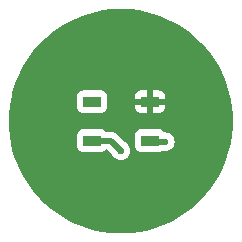
<source format=gbl>
G04 #@! TF.GenerationSoftware,KiCad,Pcbnew,8.0.5+1*
G04 #@! TF.CreationDate,2024-11-11T14:56:05+00:00*
G04 #@! TF.ProjectId,lightPixel,6c696768-7450-4697-9865-6c2e6b696361,rev?*
G04 #@! TF.SameCoordinates,Original*
G04 #@! TF.FileFunction,Copper,L2,Bot*
G04 #@! TF.FilePolarity,Positive*
%FSLAX46Y46*%
G04 Gerber Fmt 4.6, Leading zero omitted, Abs format (unit mm)*
G04 Created by KiCad (PCBNEW 8.0.5+1) date 2024-11-11 14:56:05*
%MOMM*%
%LPD*%
G01*
G04 APERTURE LIST*
G04 #@! TA.AperFunction,SMDPad,CuDef*
%ADD10R,1.500000X0.900000*%
G04 #@! TD*
G04 #@! TA.AperFunction,ViaPad*
%ADD11C,0.600000*%
G04 #@! TD*
G04 #@! TA.AperFunction,Conductor*
%ADD12C,0.500000*%
G04 #@! TD*
G04 APERTURE END LIST*
D10*
X-2450000Y-1650000D03*
X-2450000Y1650000D03*
X2450000Y1650000D03*
X2450000Y-1650000D03*
D11*
X0Y-2500000D03*
X3750000Y-1750000D03*
X3250000Y250000D03*
D12*
X0Y-2500000D02*
X-850000Y-1650000D01*
X-850000Y-1650000D02*
X-2450000Y-1650000D01*
X2550000Y-1750000D02*
X2450000Y-1650000D01*
X3750000Y-1750000D02*
X2550000Y-1750000D01*
G04 #@! TA.AperFunction,Conductor*
G36*
X308446Y9494364D02*
G01*
X908198Y9455859D01*
X916110Y9455096D01*
X1512180Y9378240D01*
X1520027Y9376971D01*
X2109925Y9262089D01*
X2117674Y9260321D01*
X2699029Y9107872D01*
X2706649Y9105610D01*
X3277016Y8916235D01*
X3284476Y8913490D01*
X3841555Y8687954D01*
X3848824Y8684736D01*
X4390294Y8423977D01*
X4397341Y8420301D01*
X4921012Y8125376D01*
X4927809Y8121255D01*
X5431488Y7793396D01*
X5438008Y7788848D01*
X5919659Y7429382D01*
X5925873Y7424426D01*
X6383488Y7034853D01*
X6389373Y7029509D01*
X6821110Y6611395D01*
X6826639Y6605685D01*
X7230675Y6160797D01*
X7235828Y6154745D01*
X7610555Y5684852D01*
X7615309Y5678481D01*
X7959134Y5185582D01*
X7963471Y5178921D01*
X8275035Y4664963D01*
X8278935Y4658037D01*
X8556914Y4125204D01*
X8560363Y4118042D01*
X8803636Y3568485D01*
X8806619Y3561117D01*
X9014178Y2997110D01*
X9016683Y2989567D01*
X9187688Y2413396D01*
X9189704Y2405707D01*
X9323434Y1819797D01*
X9324954Y1811994D01*
X9420875Y1218688D01*
X9421891Y1210805D01*
X9479600Y612588D01*
X9480109Y604655D01*
X9499372Y3974D01*
X9499372Y-3974D01*
X9480109Y-604655D01*
X9479600Y-612588D01*
X9421891Y-1210805D01*
X9420875Y-1218688D01*
X9324954Y-1811994D01*
X9323434Y-1819797D01*
X9189704Y-2405707D01*
X9187688Y-2413396D01*
X9016683Y-2989567D01*
X9014178Y-2997110D01*
X8806619Y-3561117D01*
X8803636Y-3568485D01*
X8560363Y-4118042D01*
X8556914Y-4125204D01*
X8278935Y-4658037D01*
X8275035Y-4664963D01*
X7963471Y-5178921D01*
X7959134Y-5185582D01*
X7615309Y-5678481D01*
X7610555Y-5684852D01*
X7235828Y-6154745D01*
X7230675Y-6160797D01*
X6826639Y-6605685D01*
X6821110Y-6611395D01*
X6389373Y-7029509D01*
X6383488Y-7034853D01*
X5925873Y-7424426D01*
X5919659Y-7429382D01*
X5438008Y-7788848D01*
X5431488Y-7793396D01*
X4927809Y-8121255D01*
X4921012Y-8125376D01*
X4397341Y-8420301D01*
X4390294Y-8423977D01*
X3848824Y-8684736D01*
X3841555Y-8687954D01*
X3284476Y-8913490D01*
X3277016Y-8916235D01*
X2706649Y-9105610D01*
X2699029Y-9107872D01*
X2117674Y-9260321D01*
X2109925Y-9262089D01*
X1520027Y-9376971D01*
X1512180Y-9378240D01*
X916110Y-9455096D01*
X908198Y-9455859D01*
X308446Y-9494364D01*
X300501Y-9494619D01*
X-300501Y-9494619D01*
X-308446Y-9494364D01*
X-908198Y-9455859D01*
X-916110Y-9455096D01*
X-1512180Y-9378240D01*
X-1520027Y-9376971D01*
X-2109925Y-9262089D01*
X-2117674Y-9260321D01*
X-2699029Y-9107872D01*
X-2706649Y-9105610D01*
X-3277016Y-8916235D01*
X-3284476Y-8913490D01*
X-3841555Y-8687954D01*
X-3848824Y-8684736D01*
X-4390294Y-8423977D01*
X-4397341Y-8420301D01*
X-4921012Y-8125376D01*
X-4927809Y-8121255D01*
X-5431488Y-7793396D01*
X-5438008Y-7788848D01*
X-5919659Y-7429382D01*
X-5925873Y-7424426D01*
X-6383488Y-7034853D01*
X-6389373Y-7029509D01*
X-6821110Y-6611395D01*
X-6826639Y-6605685D01*
X-7230675Y-6160797D01*
X-7235828Y-6154745D01*
X-7610555Y-5684852D01*
X-7615309Y-5678481D01*
X-7959134Y-5185582D01*
X-7963471Y-5178921D01*
X-8275035Y-4664963D01*
X-8278935Y-4658037D01*
X-8556914Y-4125204D01*
X-8560363Y-4118042D01*
X-8803636Y-3568485D01*
X-8806619Y-3561117D01*
X-9014178Y-2997110D01*
X-9016683Y-2989567D01*
X-9187688Y-2413396D01*
X-9189704Y-2405707D01*
X-9323434Y-1819797D01*
X-9324954Y-1811994D01*
X-9420875Y-1218688D01*
X-9421891Y-1210805D01*
X-9427552Y-1152127D01*
X-3700500Y-1152127D01*
X-3700499Y-2147872D01*
X-3694091Y-2207483D01*
X-3643796Y-2342331D01*
X-3557546Y-2457546D01*
X-3442331Y-2543796D01*
X-3307483Y-2594091D01*
X-3247873Y-2600500D01*
X-1652128Y-2600499D01*
X-1603757Y-2595299D01*
X-1592516Y-2594091D01*
X-1457671Y-2543797D01*
X-1457664Y-2543793D01*
X-1371095Y-2478987D01*
X-1342454Y-2457546D01*
X-1336948Y-2450191D01*
X-1281015Y-2408319D01*
X-1237680Y-2400500D01*
X-1212230Y-2400500D01*
X-1145191Y-2420185D01*
X-1124553Y-2436814D01*
X-753304Y-2808061D01*
X-730657Y-2844132D01*
X-728813Y-2843244D01*
X-725792Y-2849515D01*
X-725790Y-2849516D01*
X-725789Y-2849522D01*
X-629816Y-3002262D01*
X-502262Y-3129816D01*
X-349522Y-3225789D01*
X-179255Y-3285368D01*
X-179252Y-3285368D01*
X-179249Y-3285369D01*
X-4Y-3305565D01*
X0Y-3305565D01*
X4Y-3305565D01*
X179249Y-3285369D01*
X179252Y-3285368D01*
X179255Y-3285368D01*
X349522Y-3225789D01*
X502262Y-3129816D01*
X629816Y-3002262D01*
X725789Y-2849522D01*
X785368Y-2679255D01*
X785369Y-2679249D01*
X805565Y-2500003D01*
X805565Y-2499996D01*
X785369Y-2320750D01*
X785368Y-2320745D01*
X725788Y-2150476D01*
X629815Y-1997737D01*
X502262Y-1870184D01*
X349522Y-1774211D01*
X349518Y-1774209D01*
X343244Y-1771188D01*
X344125Y-1769358D01*
X308059Y-1746692D01*
X-286495Y-1152135D01*
X1199500Y-1152135D01*
X1199500Y-2147870D01*
X1199501Y-2147876D01*
X1205908Y-2207483D01*
X1256202Y-2342328D01*
X1256206Y-2342335D01*
X1342452Y-2457544D01*
X1342455Y-2457547D01*
X1457664Y-2543793D01*
X1457671Y-2543797D01*
X1592517Y-2594091D01*
X1592516Y-2594091D01*
X1599444Y-2594835D01*
X1652127Y-2600500D01*
X3247872Y-2600499D01*
X3307483Y-2594091D01*
X3442331Y-2543796D01*
X3442335Y-2543792D01*
X3450118Y-2539544D01*
X3451466Y-2542013D01*
X3503457Y-2522613D01*
X3553277Y-2529255D01*
X3570745Y-2535368D01*
X3570748Y-2535368D01*
X3570750Y-2535369D01*
X3570748Y-2535369D01*
X3749996Y-2555565D01*
X3750000Y-2555565D01*
X3750004Y-2555565D01*
X3929249Y-2535369D01*
X3929252Y-2535368D01*
X3929255Y-2535368D01*
X4099522Y-2475789D01*
X4252262Y-2379816D01*
X4379816Y-2252262D01*
X4475789Y-2099522D01*
X4535368Y-1929255D01*
X4555565Y-1750000D01*
X4555192Y-1746692D01*
X4535369Y-1570750D01*
X4535368Y-1570745D01*
X4475788Y-1400476D01*
X4379815Y-1247737D01*
X4252262Y-1120184D01*
X4099523Y-1024211D01*
X3929254Y-964631D01*
X3929249Y-964630D01*
X3750004Y-944435D01*
X3750003Y-944435D01*
X3750001Y-944435D01*
X3750000Y-944435D01*
X3721995Y-947590D01*
X3713501Y-948547D01*
X3644679Y-936490D01*
X3600354Y-899638D01*
X3557548Y-842457D01*
X3557546Y-842454D01*
X3557544Y-842453D01*
X3557544Y-842452D01*
X3442335Y-756206D01*
X3442328Y-756202D01*
X3307482Y-705908D01*
X3307483Y-705908D01*
X3247883Y-699501D01*
X3247881Y-699500D01*
X3247873Y-699500D01*
X3247864Y-699500D01*
X1652129Y-699500D01*
X1652123Y-699501D01*
X1592516Y-705908D01*
X1457671Y-756202D01*
X1457664Y-756206D01*
X1342455Y-842452D01*
X1342452Y-842455D01*
X1256206Y-957664D01*
X1256202Y-957671D01*
X1205908Y-1092517D01*
X1199501Y-1152116D01*
X1199500Y-1152135D01*
X-286495Y-1152135D01*
X-371580Y-1067050D01*
X-371588Y-1067044D01*
X-445269Y-1017813D01*
X-494496Y-984921D01*
X-494508Y-984914D01*
X-631086Y-928342D01*
X-631092Y-928340D01*
X-776080Y-899500D01*
X-776082Y-899500D01*
X-1237680Y-899500D01*
X-1304719Y-879815D01*
X-1336948Y-849809D01*
X-1342451Y-842457D01*
X-1342457Y-842451D01*
X-1457664Y-756206D01*
X-1457671Y-756202D01*
X-1592517Y-705908D01*
X-1592516Y-705908D01*
X-1652116Y-699501D01*
X-1652119Y-699500D01*
X-1652127Y-699500D01*
X-1652134Y-699500D01*
X-1652135Y-699500D01*
X-3247870Y-699500D01*
X-3247876Y-699501D01*
X-3307483Y-705908D01*
X-3442328Y-756202D01*
X-3442335Y-756206D01*
X-3557544Y-842452D01*
X-3557547Y-842455D01*
X-3643793Y-957664D01*
X-3643797Y-957671D01*
X-3666228Y-1017813D01*
X-3694091Y-1092517D01*
X-3700500Y-1152127D01*
X-9427552Y-1152127D01*
X-9479600Y-612588D01*
X-9480109Y-604655D01*
X-9499372Y-3974D01*
X-9499372Y3974D01*
X-9480109Y604655D01*
X-9479600Y612588D01*
X-9421891Y1210805D01*
X-9420875Y1218688D01*
X-9324954Y1811994D01*
X-9323434Y1819797D01*
X-9248553Y2147873D01*
X-3700500Y2147873D01*
X-3700499Y1152128D01*
X-3695299Y1103757D01*
X-3694091Y1092516D01*
X-3643797Y957671D01*
X-3643793Y957664D01*
X-3557547Y842455D01*
X-3557544Y842452D01*
X-3442335Y756206D01*
X-3442328Y756202D01*
X-3307482Y705908D01*
X-3307483Y705908D01*
X-3247883Y699501D01*
X-3247881Y699500D01*
X-3247873Y699500D01*
X-3247864Y699500D01*
X-1652129Y699500D01*
X-1652123Y699501D01*
X-1592516Y705908D01*
X-1457671Y756202D01*
X-1457664Y756206D01*
X-1342455Y842452D01*
X-1342452Y842455D01*
X-1256206Y957664D01*
X-1256202Y957671D01*
X-1205908Y1092517D01*
X-1199501Y1152116D01*
X-1199500Y1152119D01*
X-1199500Y1152127D01*
X-1199500Y1152155D01*
X1200000Y1152155D01*
X1206401Y1092627D01*
X1206403Y1092620D01*
X1256645Y957913D01*
X1256649Y957906D01*
X1342809Y842812D01*
X1342812Y842809D01*
X1457906Y756649D01*
X1457913Y756645D01*
X1592620Y706403D01*
X1592627Y706401D01*
X1652155Y700000D01*
X2200000Y700000D01*
X2700000Y700000D01*
X3247844Y700000D01*
X3307372Y706401D01*
X3307379Y706403D01*
X3442086Y756645D01*
X3442093Y756649D01*
X3557187Y842809D01*
X3557190Y842812D01*
X3643350Y957906D01*
X3643354Y957913D01*
X3693596Y1092620D01*
X3693598Y1092627D01*
X3699999Y1152155D01*
X3700000Y1152172D01*
X3700000Y1400000D01*
X2700000Y1400000D01*
X2700000Y700000D01*
X2200000Y700000D01*
X2200000Y1400000D01*
X1200000Y1400000D01*
X1200000Y1152155D01*
X-1199500Y1152155D01*
X-1199500Y1400000D01*
X-1199500Y2147844D01*
X1200000Y2147844D01*
X1200000Y1900000D01*
X2200000Y1900000D01*
X2700000Y1900000D01*
X3700000Y1900000D01*
X3700000Y2147827D01*
X3699999Y2147844D01*
X3693598Y2207372D01*
X3693596Y2207379D01*
X3643354Y2342086D01*
X3643350Y2342093D01*
X3557190Y2457187D01*
X3557187Y2457190D01*
X3442093Y2543350D01*
X3442086Y2543354D01*
X3307379Y2593596D01*
X3307372Y2593598D01*
X3247844Y2599999D01*
X3247828Y2600000D01*
X2700000Y2600000D01*
X2700000Y1900000D01*
X2200000Y1900000D01*
X2200000Y2600000D01*
X1652172Y2600000D01*
X1652155Y2599999D01*
X1592627Y2593598D01*
X1592620Y2593596D01*
X1457913Y2543354D01*
X1457906Y2543350D01*
X1342812Y2457190D01*
X1342809Y2457187D01*
X1256649Y2342093D01*
X1256645Y2342086D01*
X1206403Y2207379D01*
X1206401Y2207372D01*
X1200000Y2147844D01*
X-1199500Y2147844D01*
X-1199500Y2147870D01*
X-1199501Y2147876D01*
X-1205908Y2207483D01*
X-1256202Y2342328D01*
X-1256206Y2342335D01*
X-1342452Y2457544D01*
X-1342455Y2457547D01*
X-1457664Y2543793D01*
X-1457671Y2543797D01*
X-1592517Y2594091D01*
X-1592516Y2594091D01*
X-1598925Y2594779D01*
X-1652127Y2600500D01*
X-3247872Y2600499D01*
X-3307483Y2594091D01*
X-3442331Y2543796D01*
X-3557546Y2457546D01*
X-3643796Y2342331D01*
X-3694091Y2207483D01*
X-3700500Y2147873D01*
X-9248553Y2147873D01*
X-9189704Y2405707D01*
X-9187688Y2413396D01*
X-9016683Y2989567D01*
X-9014178Y2997110D01*
X-8806619Y3561117D01*
X-8803636Y3568485D01*
X-8560363Y4118042D01*
X-8556914Y4125204D01*
X-8278935Y4658037D01*
X-8275035Y4664963D01*
X-7963471Y5178921D01*
X-7959134Y5185582D01*
X-7615309Y5678481D01*
X-7610555Y5684852D01*
X-7235828Y6154745D01*
X-7230675Y6160797D01*
X-6826639Y6605685D01*
X-6821110Y6611395D01*
X-6389373Y7029509D01*
X-6383488Y7034853D01*
X-5925873Y7424426D01*
X-5919659Y7429382D01*
X-5438008Y7788848D01*
X-5431488Y7793396D01*
X-4927809Y8121255D01*
X-4921012Y8125376D01*
X-4397341Y8420301D01*
X-4390294Y8423977D01*
X-3848824Y8684736D01*
X-3841555Y8687954D01*
X-3284476Y8913490D01*
X-3277016Y8916235D01*
X-2706649Y9105610D01*
X-2699029Y9107872D01*
X-2117674Y9260321D01*
X-2109925Y9262089D01*
X-1520027Y9376971D01*
X-1512180Y9378240D01*
X-916110Y9455096D01*
X-908198Y9455859D01*
X-308446Y9494364D01*
X-300501Y9494619D01*
X300501Y9494619D01*
X308446Y9494364D01*
G37*
G04 #@! TD.AperFunction*
M02*

</source>
